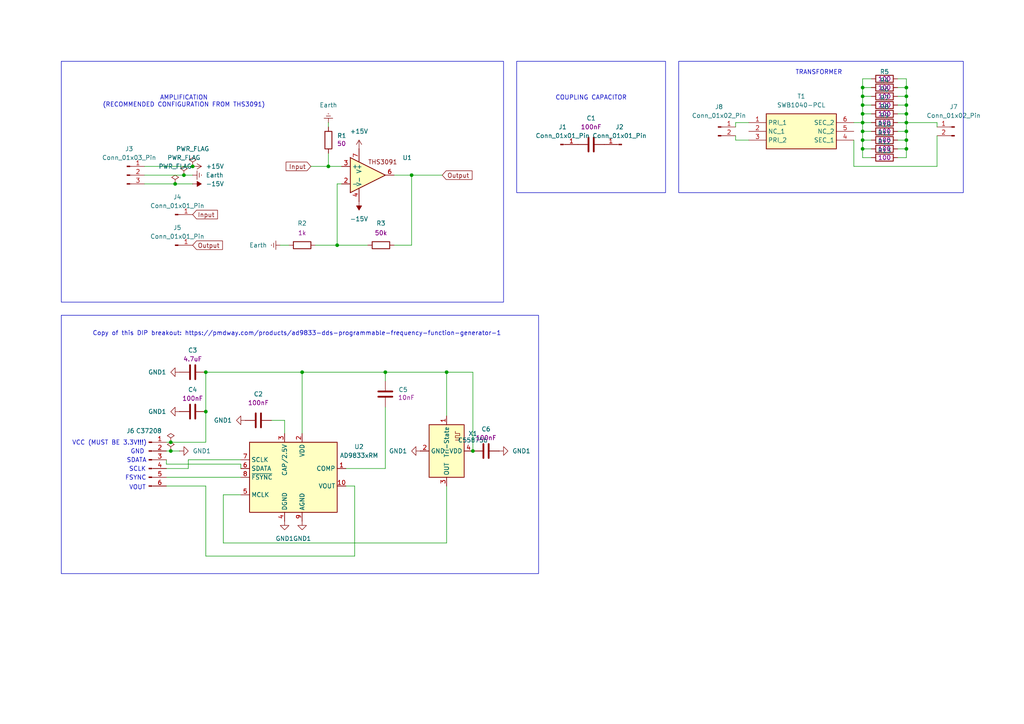
<source format=kicad_sch>
(kicad_sch (version 20231120) (generator "eeschema") (generator_version "8.0")
  (paper "A4")
  (lib_symbols
    (symbol "Amplifier_Operational:THS3091"
      (property "Reference" "U" (at 3.302 5.842 0))
      (symbol "THS3091_0_1"
        (polyline (pts (xy -2.54 5.08) (xy 7.62 0) (xy -2.54 -5.08) (xy -2.54 5.08)) (stroke (width 0.254)) (fill (type background)))
      )
      (symbol "THS3091_1_1"
        (text "THS3091" (at 6.858 3.81 0) (effects (font (size 1.27 1.27))))
        (pin input line (at -5.08 -2.54 0) (length 2.54) (name "-") (number "2"))
        (pin input line (at -5.08 2.54 0) (length 2.54) (name "+") (number "3"))
        (pin power_in line (at 0 -7.62 90) (length 3.81) (name "V-") (number "4"))
        (pin output line (at 10.16 0 180) (length 2.54) (name "~") (number "6"))
        (pin power_in line (at 0 7.62 270) (length 3.81) (name "V+") (number "7"))
      )
    )
    (symbol "Connector:Conn_01x01_Pin" (pin_names (offset 1.016) hide)
      (property "Reference" "J" (at 0 2.54 0))
      (property "Value" "Conn_01x01_Pin" (at 0 -2.54 0))
      (symbol "Conn_01x01_Pin_1_1"
        (polyline (pts (xy 1.27 0) (xy 0.8636 0)) (stroke (width 0.1524)))
        (rectangle (start 0.8636 0.127) (end 0 -0.127) (stroke (width 0.1524)) (fill (type outline)))
        (pin passive line (at 5.08 0 180) (length 3.81) (name "Pin_1") (number "1"))
      )
    )
    (symbol "Connector:Conn_01x02_Pin" (pin_names (offset 1.016) hide)
      (property "Reference" "J" (at 0 2.54 0))
      (property "Value" "Conn_01x02_Pin" (at 0 -5.08 0))
      (symbol "Conn_01x02_Pin_1_1"
        (polyline (pts (xy 1.27 -2.54) (xy 0.8636 -2.54)) (stroke (width 0.1524)))
        (polyline (pts (xy 1.27 0) (xy 0.8636 0)) (stroke (width 0.1524)))
        (rectangle (start 0.8636 -2.413) (end 0 -2.667) (stroke (width 0.1524)) (fill (type outline)))
        (rectangle (start 0.8636 0.127) (end 0 -0.127) (stroke (width 0.1524)) (fill (type outline)))
        (pin passive line (at 5.08 0 180) (length 3.81) (name "Pin_1") (number "1"))
        (pin passive line (at 5.08 -2.54 180) (length 3.81) (name "Pin_2") (number "2"))
      )
    )
    (symbol "Connector:Conn_01x03_Pin" (pin_names (offset 1.016) hide)
      (property "Reference" "J" (at 0 5.08 0))
      (property "Value" "Conn_01x03_Pin" (at 0 -5.08 0))
      (symbol "Conn_01x03_Pin_1_1"
        (polyline (pts (xy 1.27 -2.54) (xy 0.8636 -2.54)) (stroke (width 0.1524)))
        (polyline (pts (xy 1.27 0) (xy 0.8636 0)) (stroke (width 0.1524)))
        (polyline (pts (xy 1.27 2.54) (xy 0.8636 2.54)) (stroke (width 0.1524)))
        (rectangle (start 0.8636 -2.413) (end 0 -2.667) (stroke (width 0.1524)) (fill (type outline)))
        (rectangle (start 0.8636 0.127) (end 0 -0.127) (stroke (width 0.1524)) (fill (type outline)))
        (rectangle (start 0.8636 2.667) (end 0 2.413) (stroke (width 0.1524)) (fill (type outline)))
        (pin passive line (at 5.08 2.54 180) (length 3.81) (name "Pin_1") (number "1"))
        (pin passive line (at 5.08 0 180) (length 3.81) (name "Pin_2") (number "2"))
        (pin passive line (at 5.08 -2.54 180) (length 3.81) (name "Pin_3") (number "3"))
      )
    )
    (symbol "Connector:Conn_01x06_Pin" (pin_names (offset 1.016) hide)
      (property "Reference" "J" (at 0 7.62 0))
      (property "Value" "Conn_01x06_Pin" (at 0 -10.16 0))
      (symbol "Conn_01x06_Pin_1_1"
        (polyline (pts (xy 1.27 -7.62) (xy 0.8636 -7.62)) (stroke (width 0.1524)))
        (polyline (pts (xy 1.27 -5.08) (xy 0.8636 -5.08)) (stroke (width 0.1524)))
        (polyline (pts (xy 1.27 -2.54) (xy 0.8636 -2.54)) (stroke (width 0.1524)))
        (polyline (pts (xy 1.27 0) (xy 0.8636 0)) (stroke (width 0.1524)))
        (polyline (pts (xy 1.27 2.54) (xy 0.8636 2.54)) (stroke (width 0.1524)))
        (polyline (pts (xy 1.27 5.08) (xy 0.8636 5.08)) (stroke (width 0.1524)))
        (rectangle (start 0.8636 -7.493) (end 0 -7.747) (stroke (width 0.1524)) (fill (type outline)))
        (rectangle (start 0.8636 -4.953) (end 0 -5.207) (stroke (width 0.1524)) (fill (type outline)))
        (rectangle (start 0.8636 -2.413) (end 0 -2.667) (stroke (width 0.1524)) (fill (type outline)))
        (rectangle (start 0.8636 0.127) (end 0 -0.127) (stroke (width 0.1524)) (fill (type outline)))
        (rectangle (start 0.8636 2.667) (end 0 2.413) (stroke (width 0.1524)) (fill (type outline)))
        (rectangle (start 0.8636 5.207) (end 0 4.953) (stroke (width 0.1524)) (fill (type outline)))
        (pin passive line (at 5.08 5.08 180) (length 3.81) (name "Pin_1") (number "1"))
        (pin passive line (at 5.08 2.54 180) (length 3.81) (name "Pin_2") (number "2"))
        (pin passive line (at 5.08 0 180) (length 3.81) (name "Pin_3") (number "3"))
        (pin passive line (at 5.08 -2.54 180) (length 3.81) (name "Pin_4") (number "4"))
        (pin passive line (at 5.08 -5.08 180) (length 3.81) (name "Pin_5") (number "5"))
        (pin passive line (at 5.08 -7.62 180) (length 3.81) (name "Pin_6") (number "6"))
      )
    )
    (symbol "Device:C" (pin_numbers hide) (pin_names (offset 0.254))
      (property "Reference" "C" (at 0.635 2.54 0))
      (property "Value" "C" (at 0.635 -2.54 0))
      (symbol "C_0_1"
        (polyline (pts (xy -2.032 -0.762) (xy 2.032 -0.762)) (stroke (width 0.508)))
        (polyline (pts (xy -2.032 0.762) (xy 2.032 0.762)) (stroke (width 0.508)))
      )
      (symbol "C_1_1"
        (pin passive line (at 0 3.81 270) (length 2.794) (name "~") (number "1"))
        (pin passive line (at 0 -3.81 90) (length 2.794) (name "~") (number "2"))
      )
    )
    (symbol "Device:R" (pin_numbers hide) (pin_names (offset 0))
      (property "Reference" "R" (at 2.032 0 90))
      (property "Value" "R" (at 0 0 90))
      (symbol "R_0_1"
        (rectangle (start -1.016 -2.54) (end 1.016 2.54) (stroke (width 0.254)))
      )
      (symbol "R_1_1"
        (pin passive line (at 0 3.81 270) (length 1.27) (name "~") (number "1"))
        (pin passive line (at 0 -3.81 90) (length 1.27) (name "~") (number "2"))
      )
    )
    (symbol "Interface:AD9833xRM"
      (property "Reference" "U" (at -12.7 11.43 0))
      (property "Value" "AD9833xRM" (at 5.08 11.43 0))
      (symbol "AD9833xRM_0_1"
        (rectangle (start -12.7 10.16) (end 12.7 -10.16) (stroke (width 0.254)) (fill (type background)))
      )
      (symbol "AD9833xRM_1_1"
        (pin passive line (at 15.24 2.54 180) (length 2.54) (name "COMP") (number "1"))
        (pin output line (at 15.24 -2.54 180) (length 2.54) (name "VOUT") (number "10"))
        (pin power_in line (at 2.54 12.7 270) (length 2.54) (name "VDD") (number "2"))
        (pin power_in line (at -2.54 12.7 270) (length 2.54) (name "CAP/2.5V") (number "3"))
        (pin power_in line (at -2.54 -12.7 90) (length 2.54) (name "DGND") (number "4"))
        (pin input line (at -15.24 -5.08 0) (length 2.54) (name "MCLK") (number "5"))
        (pin input line (at -15.24 2.54 0) (length 2.54) (name "SDATA") (number "6"))
        (pin input line (at -15.24 5.08 0) (length 2.54) (name "SCLK") (number "7"))
        (pin input line (at -15.24 0 0) (length 2.54) (name "~{FSYNC}") (number "8"))
        (pin power_in line (at 2.54 -12.7 90) (length 2.54) (name "AGND") (number "9"))
      )
    )
    (symbol "LouisCustom:OCETCLJANF"
      (property "Reference" "X" (at 0 0 0))
      (symbol "OCETCLJANF_0_1"
        (rectangle (start -3.81 -2.54) (end 11.43 -12.7) (stroke (width 0.254)) (fill (type background)))
        (polyline (pts (xy -1.905 -5.08) (xy -1.27 -5.08) (xy -1.27 -3.81) (xy -0.635 -3.81) (xy -0.635 -5.08) (xy 0 -5.08) (xy 0 -3.81) (xy 0.635 -3.81) (xy 0.635 -5.08)))
      )
      (symbol "OCETCLJANF_1_1"
        (pin input line (at -6.35 -7.62 0) (length 2.54) (name "Tri-State") (number "1"))
        (pin power_in line (at 3.81 -15.24 90) (length 2.54) (name "GND") (number "2"))
        (pin output line (at 13.97 -7.62 180) (length 2.54) (name "OUT") (number "3"))
        (pin power_in line (at 3.81 0 270) (length 2.54) (name "VDD") (number "4"))
      )
    )
    (symbol "SWB1040-PCL:SWB1040-PCL"
      (property "Reference" "T" (at 26.67 7.62 0))
      (property "Value" "SWB1040-PCL" (at 26.67 5.08 0))
      (symbol "SWB1040-PCL_1_1"
        (rectangle (start 5.08 2.54) (end 25.4 -7.62) (stroke (width 0.254)) (fill (type background)))
        (pin passive line (at 0 0 0) (length 5.08) (name "PRI_1") (number "1"))
        (pin passive line (at 0 -2.54 0) (length 5.08) (name "NC_1") (number "2"))
        (pin passive line (at 0 -5.08 0) (length 5.08) (name "PRI_2") (number "3"))
        (pin passive line (at 30.48 -5.08 180) (length 5.08) (name "SEC_1") (number "4"))
        (pin passive line (at 30.48 -2.54 180) (length 5.08) (name "NC_2") (number "5"))
        (pin passive line (at 30.48 0 180) (length 5.08) (name "SEC_2") (number "6"))
      )
    )
    (symbol "power:+15V" (power) (pin_numbers hide) (pin_names (offset 0) hide)
      (property "Value" "+15V" (at 0 3.556 0))
      (symbol "+15V_0_1"
        (polyline (pts (xy -0.762 1.27) (xy 0 2.54)))
        (polyline (pts (xy 0 0) (xy 0 2.54)))
        (polyline (pts (xy 0 2.54) (xy 0.762 1.27)))
      )
      (symbol "+15V_1_1"
        (pin power_in line (at 0 0 90) (length 0) (name "~") (number "1"))
      )
    )
    (symbol "power:-15V" (power) (pin_numbers hide) (pin_names (offset 0) hide)
      (property "Value" "-15V" (at 0 3.556 0))
      (symbol "-15V_0_0"
        (pin power_in line (at 0 0 90) (length 0) (name "~") (number "1"))
      )
      (symbol "-15V_0_1"
        (polyline (pts (xy 0 0) (xy 0 1.27) (xy 0.762 1.27) (xy 0 2.54) (xy -0.762 1.27) (xy 0 1.27)) (fill (type outline)))
      )
    )
    (symbol "power:Earth" (power) (pin_numbers hide) (pin_names (offset 0) hide)
      (property "Value" "Earth" (at 0 -3.81 0))
      (symbol "Earth_0_1"
        (polyline (pts (xy -0.635 -1.905) (xy 0.635 -1.905)))
        (polyline (pts (xy -0.127 -2.54) (xy 0.127 -2.54)))
        (polyline (pts (xy 0 -1.27) (xy 0 0)))
        (polyline (pts (xy 1.27 -1.27) (xy -1.27 -1.27)))
      )
      (symbol "Earth_1_1"
        (pin power_in line (at 0 0 270) (length 0) (name "~") (number "1"))
      )
    )
    (symbol "power:GND1" (power) (pin_numbers hide) (pin_names (offset 0) hide)
      (property "Value" "GND1" (at 0 -3.81 0))
      (symbol "GND1_0_1"
        (polyline (pts (xy 0 0) (xy 0 -1.27) (xy 1.27 -1.27) (xy 0 -2.54) (xy -1.27 -1.27) (xy 0 -1.27)))
      )
      (symbol "GND1_1_1"
        (pin power_in line (at 0 0 270) (length 0) (name "~") (number "1"))
      )
    )
    (symbol "power:PWR_FLAG" (power) (pin_numbers hide) (pin_names (offset 0) hide)
      (property "Value" "PWR_FLAG" (at 0 3.81 0))
      (symbol "PWR_FLAG_0_0"
        (pin power_out line (at 0 0 90) (length 0) (name "~") (number "1"))
      )
      (symbol "PWR_FLAG_0_1"
        (polyline (pts (xy 0 0) (xy 0 1.27) (xy -1.016 1.905) (xy 0 2.54) (xy 1.016 1.905) (xy 0 1.27)))
      )
    )
  )
  (junction (at 262.89 27.94))
  (junction (at 262.89 35.56))
  (junction (at 95.25 48.26))
  (junction (at 250.19 25.4))
  (junction (at 262.89 43.18))
  (junction (at 262.89 40.64))
  (junction (at 262.89 38.1))
  (junction (at 262.89 33.02))
  (junction (at 262.89 25.4))
  (junction (at 250.19 35.56))
  (junction (at 250.19 43.18))
  (junction (at 59.69 107.95))
  (junction (at 250.19 27.94))
  (junction (at 250.19 30.48))
  (junction (at 262.89 30.48))
  (junction (at 250.19 38.1))
  (junction (at 50.8 53.34))
  (junction (at 87.63 107.95))
  (junction (at 49.53 128.27))
  (junction (at 129.54 107.95))
  (junction (at 137.16 130.81))
  (junction (at 111.76 107.95))
  (junction (at 59.69 119.38))
  (junction (at 250.19 40.64))
  (junction (at 250.19 33.02))
  (junction (at 53.34 50.8))
  (junction (at 55.88 48.26))
  (junction (at 97.79 71.12))
  (junction (at 119.38 50.8))
  (junction (at 49.53 130.81))
  (wire (pts (xy 54.61 135.89) (xy 48.26 135.89)))
  (wire (pts (xy 262.89 40.64) (xy 262.89 43.18)))
  (wire (pts (xy 250.19 35.56) (xy 250.19 38.1)))
  (wire (pts (xy 87.63 107.95) (xy 87.63 125.73)))
  (wire (pts (xy 48.26 138.43) (xy 69.85 138.43)))
  (wire (pts (xy 119.38 50.8) (xy 114.3 50.8)))
  (wire (pts (xy 97.79 53.34) (xy 97.79 71.12)))
  (wire (pts (xy 111.76 107.95) (xy 129.54 107.95)))
  (wire (pts (xy 213.36 36.83) (xy 213.36 35.56)))
  (wire (pts (xy 129.54 107.95) (xy 129.54 120.65)))
  (wire (pts (xy 260.35 22.86) (xy 262.89 22.86)))
  (wire (pts (xy 64.77 143.51) (xy 64.77 157.48)))
  (wire (pts (xy 69.85 133.35) (xy 54.61 133.35)))
  (wire (pts (xy 213.36 40.64) (xy 213.36 39.37)))
  (wire (pts (xy 262.89 38.1) (xy 262.89 40.64)))
  (wire (pts (xy 53.34 50.8) (xy 55.88 50.8)))
  (wire (pts (xy 250.19 45.72) (xy 252.73 45.72)))
  (wire (pts (xy 250.19 22.86) (xy 250.19 25.4)))
  (wire (pts (xy 48.26 133.35) (xy 48.26 134.62)))
  (wire (pts (xy 129.54 107.95) (xy 137.16 107.95)))
  (wire (pts (xy 99.06 53.34) (xy 97.79 53.34)))
  (wire (pts (xy 59.69 161.29) (xy 59.69 140.97)))
  (wire (pts (xy 271.78 35.56) (xy 271.78 36.83)))
  (wire (pts (xy 102.87 140.97) (xy 102.87 161.29)))
  (wire (pts (xy 111.76 135.89) (xy 111.76 118.11)))
  (wire (pts (xy 247.65 48.26) (xy 247.65 40.64)))
  (wire (pts (xy 262.89 27.94) (xy 262.89 30.48)))
  (wire (pts (xy 213.36 35.56) (xy 217.17 35.56)))
  (wire (pts (xy 260.35 27.94) (xy 262.89 27.94)))
  (wire (pts (xy 119.38 71.12) (xy 114.3 71.12)))
  (wire (pts (xy 97.79 71.12) (xy 106.68 71.12)))
  (wire (pts (xy 137.16 107.95) (xy 137.16 130.81)))
  (wire (pts (xy 59.69 107.95) (xy 87.63 107.95)))
  (wire (pts (xy 59.69 107.95) (xy 59.69 119.38)))
  (wire (pts (xy 250.19 30.48) (xy 252.73 30.48)))
  (wire (pts (xy 250.19 27.94) (xy 250.19 30.48)))
  (wire (pts (xy 260.35 33.02) (xy 262.89 33.02)))
  (wire (pts (xy 250.19 27.94) (xy 252.73 27.94)))
  (wire (pts (xy 48.26 134.62) (xy 69.85 134.62)))
  (wire (pts (xy 59.69 140.97) (xy 48.26 140.97)))
  (wire (pts (xy 41.91 53.34) (xy 50.8 53.34)))
  (wire (pts (xy 250.19 33.02) (xy 252.73 33.02)))
  (wire (pts (xy 90.17 48.26) (xy 95.25 48.26)))
  (wire (pts (xy 100.33 140.97) (xy 102.87 140.97)))
  (wire (pts (xy 262.89 35.56) (xy 271.78 35.56)))
  (wire (pts (xy 250.19 38.1) (xy 250.19 40.64)))
  (wire (pts (xy 260.35 30.48) (xy 262.89 30.48)))
  (wire (pts (xy 111.76 107.95) (xy 87.63 107.95)))
  (wire (pts (xy 260.35 43.18) (xy 262.89 43.18)))
  (wire (pts (xy 247.65 48.26) (xy 271.78 48.26)))
  (wire (pts (xy 271.78 48.26) (xy 271.78 39.37)))
  (wire (pts (xy 119.38 50.8) (xy 128.27 50.8)))
  (wire (pts (xy 95.25 48.26) (xy 99.06 48.26)))
  (wire (pts (xy 49.53 128.27) (xy 59.69 128.27)))
  (wire (pts (xy 48.26 128.27) (xy 49.53 128.27)))
  (wire (pts (xy 250.19 38.1) (xy 252.73 38.1)))
  (wire (pts (xy 250.19 43.18) (xy 252.73 43.18)))
  (wire (pts (xy 262.89 25.4) (xy 262.89 27.94)))
  (wire (pts (xy 260.35 40.64) (xy 262.89 40.64)))
  (wire (pts (xy 250.19 35.56) (xy 252.73 35.56)))
  (wire (pts (xy 49.53 130.81) (xy 52.07 130.81)))
  (wire (pts (xy 48.26 130.81) (xy 49.53 130.81)))
  (wire (pts (xy 41.91 50.8) (xy 53.34 50.8)))
  (wire (pts (xy 95.25 44.45) (xy 95.25 48.26)))
  (wire (pts (xy 111.76 110.49) (xy 111.76 107.95)))
  (wire (pts (xy 100.33 135.89) (xy 111.76 135.89)))
  (wire (pts (xy 250.19 25.4) (xy 250.19 27.94)))
  (wire (pts (xy 260.35 25.4) (xy 262.89 25.4)))
  (wire (pts (xy 41.91 48.26) (xy 55.88 48.26)))
  (wire (pts (xy 78.74 121.92) (xy 82.55 121.92)))
  (wire (pts (xy 82.55 125.73) (xy 82.55 121.92)))
  (wire (pts (xy 102.87 161.29) (xy 59.69 161.29)))
  (wire (pts (xy 250.19 30.48) (xy 250.19 33.02)))
  (wire (pts (xy 250.19 43.18) (xy 250.19 45.72)))
  (wire (pts (xy 260.35 38.1) (xy 262.89 38.1)))
  (wire (pts (xy 250.19 25.4) (xy 252.73 25.4)))
  (wire (pts (xy 81.28 71.12) (xy 83.82 71.12)))
  (wire (pts (xy 54.61 133.35) (xy 54.61 135.89)))
  (wire (pts (xy 262.89 22.86) (xy 262.89 25.4)))
  (wire (pts (xy 262.89 30.48) (xy 262.89 33.02)))
  (wire (pts (xy 64.77 157.48) (xy 129.54 157.48)))
  (wire (pts (xy 129.54 157.48) (xy 129.54 140.97)))
  (wire (pts (xy 59.69 119.38) (xy 59.69 128.27)))
  (wire (pts (xy 217.17 40.64) (xy 213.36 40.64)))
  (wire (pts (xy 262.89 35.56) (xy 262.89 38.1)))
  (wire (pts (xy 250.19 40.64) (xy 250.19 43.18)))
  (wire (pts (xy 91.44 71.12) (xy 97.79 71.12)))
  (wire (pts (xy 69.85 134.62) (xy 69.85 135.89)))
  (wire (pts (xy 260.35 45.72) (xy 262.89 45.72)))
  (wire (pts (xy 69.85 143.51) (xy 64.77 143.51)))
  (wire (pts (xy 95.25 35.56) (xy 95.25 36.83)))
  (wire (pts (xy 250.19 40.64) (xy 252.73 40.64)))
  (wire (pts (xy 50.8 53.34) (xy 55.88 53.34)))
  (wire (pts (xy 262.89 33.02) (xy 262.89 35.56)))
  (wire (pts (xy 260.35 35.56) (xy 262.89 35.56)))
  (wire (pts (xy 262.89 43.18) (xy 262.89 45.72)))
  (wire (pts (xy 119.38 50.8) (xy 119.38 71.12)))
  (wire (pts (xy 252.73 22.86) (xy 250.19 22.86)))
  (wire (pts (xy 250.19 33.02) (xy 250.19 35.56)))
  (wire (pts (xy 247.65 35.56) (xy 250.19 35.56)))
  (rectangle (start 149.86 17.78) (end 193.04 55.88))
  (rectangle (start 196.85 17.78) (end 279.4 55.88))
  (rectangle (start 17.78 17.78) (end 146.05 87.63))
  (rectangle (start 17.78 91.44) (end 156.21 166.37))
  (text "Copy of this DIP breakout: https://pmdway.com/products/ad9833-dds-programmable-frequency-function-generator-1" (at 86.106 96.774 0) (effects (font (size 1.27 1.27))))
  (text "SDATA" (at 39.624 133.604 0) (effects (font (size 1.27 1.27))))
  (text "VCC (MUST BE 3.3V!!!)" (at 31.75 128.524 0) (effects (font (size 1.27 1.27))))
  (text "FSYNC" (at 39.37 138.684 0) (effects (font (size 1.27 1.27))))
  (text "SCLK" (at 39.878 136.144 0) (effects (font (size 1.27 1.27))))
  (text "VOUT" (at 39.878 141.478 0) (effects (font (size 1.27 1.27))))
  (text "AMPLIFICATION\n(RECOMMENDED CONFIGURATION FROM THS3091)" (at 53.34 29.464 0) (effects (font (size 1.27 1.27))))
  (text "COUPLING CAPACITOR" (at 171.45 28.448 0) (effects (font (size 1.27 1.27))))
  (text "GND" (at 39.878 131.064 0) (effects (font (size 1.27 1.27))))
  (text "TRANSFORMER" (at 237.49 21.082 0) (effects (font (size 1.27 1.27))))
  (global_label "Output" (shape input) (at 55.88 71.12 0) (property "Intersheetrefs" "${INTERSHEET_REFS}" (effects (hide yes))))
  (global_label "Input" (shape input) (at 55.88 62.23 0) (property "Intersheetrefs" "${INTERSHEET_REFS}" (effects (hide yes))))
  (global_label "Output" (shape input) (at 128.27 50.8 0) (property "Intersheetrefs" "${INTERSHEET_REFS}" (effects (hide yes))))
  (global_label "Input" (shape input) (at 90.17 48.26 180) (property "Intersheetrefs" "${INTERSHEET_REFS}" (effects (hide yes))))
  (symbol (lib_id "power:PWR_FLAG") (at 55.88 48.26 0) (unit 1)
    (property "Reference" "#FLG01" (effects (hide yes)))
    (property "Value" "PWR_FLAG" (at 55.88 43.18 0))
    (property "Description" "Special symbol for telling ERC where power comes from" (effects (hide yes)))
  )
  (symbol (lib_id "LouisCustom:OCETCLJANF") (at 137.16 127 270) (unit 1)
    (property "Reference" "X1" (at 137.16 125.7614 90))
    (property "Value" "C558756" (at 137.16 127.6665 90))
    (property "Footprint" "Crystal:Crystal_SMD_7050-4Pin_7.0x5.0mm" (effects (hide yes)))
    (property "Datasheet" "https://wmsc.lcsc.com/wmsc/upload/file/pdf/v2/lcsc/2304140030_TAITIEN-Elec-OCETCLJANF-25-000000MHZ_C558756.pdf" (effects (hide yes)))
    (property "Description" "Crystal oscillator" (effects (hide yes)))
  )
  (symbol (lib_id "power:PWR_FLAG") (at 53.34 50.8 0) (unit 1)
    (property "Reference" "#FLG02" (effects (hide yes)))
    (property "Value" "PWR_FLAG" (at 53.34 45.72 0))
    (property "Description" "Special symbol for telling ERC where power comes from" (effects (hide yes)))
  )
  (symbol (lib_id "Device:R") (at 256.54 33.02 90) (unit 1)
    (property "Reference" "R8" (at 256.54 30.988 90))
    (property "Value" "C17901" (effects (hide yes)))
    (property "Footprint" "Resistor_SMD:R_1206_3216Metric" (effects (hide yes)))
    (property "Description" "100" (at 256.54 33.02 90))
  )
  (symbol (lib_id "power:GND1") (at 52.07 107.95 270) (unit 1)
    (property "Reference" "#PWR011" (effects (hide yes)))
    (property "Value" "GND1" (at 48.26 107.9499 90) (effects (justify right)))
    (property "Description" "Power symbol creates a global label with name \"GND1\" , ground" (effects (hide yes)))
  )
  (symbol (lib_id "power:GND1") (at 52.07 130.81 90) (unit 1)
    (property "Reference" "#PWR08" (effects (hide yes)))
    (property "Value" "GND1" (at 55.88 130.8099 90) (effects (justify right)))
    (property "Description" "Power symbol creates a global label with name \"GND1\" , ground" (effects (hide yes)))
  )
  (symbol (lib_id "Connector:Conn_01x01_Pin") (at 180.34 41.91 180) (unit 1)
    (property "Reference" "J2" (at 179.705 36.83 0))
    (property "Value" "Conn_01x01_Pin" (at 179.705 39.37 0))
    (property "Footprint" "Connector_PinHeader_2.54mm:PinHeader_1x01_P2.54mm_Vertical" (effects (hide yes)))
    (property "Description" "Generic connector, single row, 01x01, script generated" (effects (hide yes)))
  )
  (symbol (lib_id "Connector:Conn_01x01_Pin") (at 50.8 62.23 0) (unit 1)
    (property "Reference" "J4" (at 51.435 57.15 0))
    (property "Value" "Conn_01x01_Pin" (at 51.435 59.69 0))
    (property "Footprint" "Connector_PinHeader_2.54mm:PinHeader_1x01_P2.54mm_Vertical" (effects (hide yes)))
    (property "Description" "Generic connector, single row, 01x01, script generated" (effects (hide yes)))
  )
  (symbol (lib_id "Device:R") (at 256.54 35.56 90) (unit 1)
    (property "Reference" "R9" (at 256.54 33.528 90))
    (property "Value" "C17901" (effects (hide yes)))
    (property "Footprint" "Resistor_SMD:R_1206_3216Metric" (effects (hide yes)))
    (property "Description" "100" (at 256.54 35.56 90))
  )
  (symbol (lib_id "power:PWR_FLAG") (at 49.53 128.27 0) (unit 1)
    (property "Reference" "#FLG05" (effects (hide yes)))
    (property "Value" "PWR_FLAG" (effects (hide yes)))
    (property "Description" "Special symbol for telling ERC where power comes from" (effects (hide yes)))
  )
  (symbol (lib_id "power:GND1") (at 52.07 119.38 270) (unit 1)
    (property "Reference" "#PWR012" (effects (hide yes)))
    (property "Value" "GND1" (at 48.26 119.3799 90) (effects (justify right)))
    (property "Description" "Power symbol creates a global label with name \"GND1\" , ground" (effects (hide yes)))
  )
  (symbol (lib_id "Connector:Conn_01x03_Pin") (at 36.83 50.8 0) (unit 1)
    (property "Reference" "J3" (at 37.465 43.18 0))
    (property "Value" "Conn_01x03_Pin" (at 37.465 45.72 0))
    (property "Footprint" "Connector_PinHeader_2.54mm:PinHeader_1x03_P2.54mm_Vertical" (effects (hide yes)))
    (property "Description" "Power Pins" (effects (hide yes)))
  )
  (symbol (lib_id "Connector:Conn_01x01_Pin") (at 162.56 41.91 0) (unit 1)
    (property "Reference" "J1" (at 163.195 36.83 0))
    (property "Value" "Conn_01x01_Pin" (at 163.195 39.37 0))
    (property "Footprint" "Connector_PinHeader_2.54mm:PinHeader_1x01_P2.54mm_Vertical" (effects (hide yes)))
    (property "Description" "Generic connector, single row, 01x01, script generated" (effects (hide yes)))
  )
  (symbol (lib_id "power:GND1") (at 82.55 151.13 0) (unit 1)
    (property "Reference" "#PWR014" (effects (hide yes)))
    (property "Value" "GND1" (at 82.55 156.21 0))
    (property "Description" "Power symbol creates a global label with name \"GND1\" , ground" (effects (hide yes)))
  )
  (symbol (lib_id "Device:R") (at 256.54 22.86 90) (unit 1)
    (property "Reference" "R5" (at 256.54 20.828 90))
    (property "Value" "C17901" (effects (hide yes)))
    (property "Footprint" "Resistor_SMD:R_1206_3216Metric" (effects (hide yes)))
    (property "Description" "100" (at 256.54 22.86 90))
  )
  (symbol (lib_id "Device:C") (at 55.88 119.38 90) (unit 1)
    (property "Reference" "C4" (at 55.88 113.03 90))
    (property "Value" "C14663" (effects (hide yes)))
    (property "Footprint" "Capacitor_SMD:C_0603_1608Metric" (effects (hide yes)))
    (property "Description" "100nF" (at 55.88 115.57 90))
  )
  (symbol (lib_id "Device:R") (at 95.25 40.64 0) (unit 1)
    (property "Reference" "R1" (at 97.79 39.3699 0) (effects (justify left)))
    (property "Value" "RT0603BRE0750RL" (effects (hide yes)))
    (property "Footprint" "Resistor_SMD:R_0603_1608Metric" (effects (hide yes)))
    (property "Description" "50" (at 99.06 41.656 0))
  )
  (symbol (lib_id "Amplifier_Operational:THS3091") (at 104.14 50.8 0) (unit 1)
    (property "Reference" "U1" (at 118.11 45.7514 0))
    (property "Value" "THS3091DDAR" (effects (hide yes)))
    (property "Footprint" "Package_SO:TI_SO-PowerPAD-8_ThermalVias" (effects (hide yes)))
  )
  (symbol (lib_id "power:-15V") (at 55.88 53.34 270) (unit 1)
    (property "Reference" "#PWR06" (effects (hide yes)))
    (property "Value" "-15V" (at 59.69 53.3399 90) (effects (justify left)))
    (property "Description" "Power symbol creates a global label with name \"-15V\"" (effects (hide yes)))
  )
  (symbol (lib_id "power:+15V") (at 55.88 48.26 270) (unit 1)
    (property "Reference" "#PWR05" (effects (hide yes)))
    (property "Value" "+15V" (at 59.69 48.2599 90) (effects (justify left)))
    (property "Description" "Power symbol creates a global label with name \"+15V\"" (effects (hide yes)))
  )
  (symbol (lib_id "Device:R") (at 256.54 45.72 90) (unit 1)
    (property "Reference" "R13" (at 256.54 43.688 90))
    (property "Value" "C17901" (effects (hide yes)))
    (property "Footprint" "Resistor_SMD:R_1206_3216Metric" (effects (hide yes)))
    (property "Description" "100" (at 256.54 45.72 90))
  )
  (symbol (lib_id "Device:R") (at 256.54 27.94 90) (unit 1)
    (property "Reference" "R6" (at 256.54 25.908 90))
    (property "Value" "C17901" (effects (hide yes)))
    (property "Footprint" "Resistor_SMD:R_1206_3216Metric" (effects (hide yes)))
    (property "Description" "100" (at 256.54 27.94 90))
  )
  (symbol (lib_id "power:Earth") (at 95.25 35.56 180) (unit 1)
    (property "Reference" "#PWR01" (effects (hide yes)))
    (property "Value" "Earth" (at 95.25 30.48 0))
    (property "Description" "Power symbol creates a global label with name \"Earth\"" (effects (hide yes)))
  )
  (symbol (lib_id "Device:R") (at 110.49 71.12 90) (unit 1)
    (property "Reference" "R3" (at 110.49 64.77 90))
    (property "Value" "RTT025002FTH" (effects (hide yes)))
    (property "Footprint" "Resistor_SMD:R_0402_1005Metric" (effects (hide yes)))
    (property "Description" "50k" (at 110.49 67.564 90))
  )
  (symbol (lib_id "Device:R") (at 256.54 30.48 90) (unit 1)
    (property "Reference" "R7" (at 256.54 28.448 90))
    (property "Value" "C17901" (effects (hide yes)))
    (property "Footprint" "Resistor_SMD:R_1206_3216Metric" (effects (hide yes)))
    (property "Description" "100" (at 256.54 30.48 90))
  )
  (symbol (lib_id "Connector:Conn_01x06_Pin") (at 43.18 133.35 0) (unit 1)
    (property "Reference" "J6" (at 37.846 124.968 0))
    (property "Value" "C37208" (at 43.18 124.968 0))
    (property "Footprint" "Connector_PinHeader_2.54mm:PinHeader_1x06_P2.54mm_Vertical" (effects (hide yes)))
    (property "Description" "Generic connector, single row, 01x06, script generated" (effects (hide yes)))
  )
  (symbol (lib_id "Device:R") (at 256.54 25.4 90) (unit 1)
    (property "Reference" "R4" (at 256.54 23.368 90))
    (property "Value" "C17901" (effects (hide yes)))
    (property "Footprint" "Resistor_SMD:R_1206_3216Metric" (effects (hide yes)))
    (property "Description" "100" (at 256.54 25.4 90))
  )
  (symbol (lib_id "power:-15V") (at 104.14 58.42 180) (unit 1)
    (property "Reference" "#PWR03" (effects (hide yes)))
    (property "Value" "-15V" (at 104.14 63.5 0))
    (property "Description" "Power symbol creates a global label with name \"-15V\"" (effects (hide yes)))
  )
  (symbol (lib_id "Interface:AD9833xRM") (at 85.09 138.43 0) (unit 1)
    (property "Reference" "U2" (at 104.14 129.5714 0))
    (property "Value" "AD9833xRM" (at 104.14 132.1114 0))
    (property "Footprint" "Package_SO:MSOP-10_3x3mm_P0.5mm" (effects (hide yes)))
    (property "Datasheet" "https://www.analog.com/media/en/technical-documentation/data-sheets/ad9833.pdf" (effects (hide yes)))
    (property "Description" "10 bit 25 MHz Programmable Waveform Generator, 2.3V to 5.5V, 12.65mW, MSOP-10" (effects (hide yes)))
  )
  (symbol (lib_id "Device:R") (at 256.54 38.1 90) (unit 1)
    (property "Reference" "R10" (at 256.54 36.068 90))
    (property "Value" "C17901" (effects (hide yes)))
    (property "Footprint" "Resistor_SMD:R_1206_3216Metric" (effects (hide yes)))
    (property "Description" "100" (at 256.54 38.1 90))
  )
  (symbol (lib_id "Device:R") (at 256.54 43.18 90) (unit 1)
    (property "Reference" "R12" (at 256.54 41.148 90))
    (property "Value" "C17901" (effects (hide yes)))
    (property "Footprint" "Resistor_SMD:R_1206_3216Metric" (effects (hide yes)))
    (property "Description" "100" (at 256.54 43.18 90))
  )
  (symbol (lib_id "Device:C") (at 74.93 121.92 90) (unit 1)
    (property "Reference" "C2" (at 74.93 114.3 90))
    (property "Value" "C14663" (effects (hide yes)))
    (property "Footprint" "Capacitor_SMD:C_0603_1608Metric" (effects (hide yes)))
    (property "Description" "100nF" (at 74.93 116.84 90))
  )
  (symbol (lib_id "Device:C") (at 171.45 41.91 90) (unit 1)
    (property "Reference" "C1" (at 171.45 34.29 90))
    (property "Value" "CC0603KRX7R9BB104" (effects (hide yes)))
    (property "Footprint" "Capacitor_SMD:C_0603_1608Metric" (effects (hide yes)))
    (property "Description" "100nF" (at 171.45 36.83 90))
  )
  (symbol (lib_id "power:GND1") (at 71.12 121.92 270) (unit 1)
    (property "Reference" "#PWR010" (effects (hide yes)))
    (property "Value" "GND1" (at 67.31 121.9199 90) (effects (justify right)))
    (property "Description" "Power symbol creates a global label with name \"GND1\" , ground" (effects (hide yes)))
  )
  (symbol (lib_id "power:Earth") (at 81.28 71.12 270) (unit 1)
    (property "Reference" "#PWR04" (effects (hide yes)))
    (property "Value" "Earth" (at 77.47 71.1199 90) (effects (justify right)))
    (property "Description" "Power symbol creates a global label with name \"Earth\"" (effects (hide yes)))
  )
  (symbol (lib_id "power:PWR_FLAG") (at 50.8 53.34 0) (unit 1)
    (property "Reference" "#FLG03" (effects (hide yes)))
    (property "Value" "PWR_FLAG" (at 50.8 48.26 0))
    (property "Description" "Special symbol for telling ERC where power comes from" (effects (hide yes)))
  )
  (symbol (lib_id "Device:C") (at 140.97 130.81 90) (unit 1)
    (property "Reference" "C6" (at 140.97 124.46 90))
    (property "Value" "C14663" (effects (hide yes)))
    (property "Footprint" "Capacitor_SMD:C_0603_1608Metric" (effects (hide yes)))
    (property "Description" "100nF" (at 140.97 127 90))
  )
  (symbol (lib_id "Connector:Conn_01x02_Pin") (at 276.86 36.83 0) (mirror y) (unit 1)
    (property "Reference" "J7" (at 276.606 30.988 0))
    (property "Value" "Conn_01x02_Pin" (at 276.606 33.528 0))
    (property "Footprint" "Connector_PinHeader_2.54mm:PinHeader_1x02_P2.54mm_Vertical" (effects (hide yes)))
    (property "Description" "Generic connector, single row, 01x02, script generated" (effects (hide yes)))
  )
  (symbol (lib_id "power:GND1") (at 144.78 130.81 90) (unit 1)
    (property "Reference" "#PWR016" (effects (hide yes)))
    (property "Value" "GND1" (at 148.59 130.8099 90) (effects (justify right)))
    (property "Description" "Power symbol creates a global label with name \"GND1\" , ground" (effects (hide yes)))
  )
  (symbol (lib_id "power:PWR_FLAG") (at 49.53 130.81 0) (unit 1)
    (property "Reference" "#FLG04" (effects (hide yes)))
    (property "Value" "PWR_FLAG" (effects (hide yes)))
    (property "Description" "Special symbol for telling ERC where power comes from" (effects (hide yes)))
  )
  (symbol (lib_id "Device:C") (at 55.88 107.95 90) (unit 1)
    (property "Reference" "C3" (at 55.88 101.6 90))
    (property "Value" "C1779" (effects (hide yes)))
    (property "Footprint" "Capacitor_SMD:C_0805_2012Metric" (effects (hide yes)))
    (property "Description" "4.7uF" (at 55.88 104.14 90))
  )
  (symbol (lib_id "Connector:Conn_01x01_Pin") (at 50.8 71.12 0) (unit 1)
    (property "Reference" "J5" (at 51.435 66.04 0))
    (property "Value" "Conn_01x01_Pin" (at 51.435 68.58 0))
    (property "Footprint" "Connector_PinHeader_2.54mm:PinHeader_1x01_P2.54mm_Vertical" (effects (hide yes)))
    (property "Description" "Generic connector, single row, 01x01, script generated" (effects (hide yes)))
  )
  (symbol (lib_id "SWB1040-PCL:SWB1040-PCL") (at 217.17 35.56 0) (unit 1)
    (property "Reference" "T1" (at 232.41 27.94 0))
    (property "Value" "SWB1040-PCL" (at 232.41 30.48 0))
    (property "Footprint" "Mouser:SWB1040PCL" (effects (hide yes)))
    (property "Datasheet" "https://componentsearchengine.com/Datasheets/1/SWB1040-PCL.pdf" (effects (hide yes)))
    (property "Description" "Audio Transformers / Signal Transformers Wideband RF, TH 250mA 4:1sec" (effects (hide yes)))
    (property "Height" "5.72" (effects (hide yes)))
    (property "Mouser Part Number" "994-SWB1040-PCL" (effects (hide yes)))
    (property "Mouser Price/Stock" "https://www.mouser.com/Search/Refine.aspx?Keyword=994-SWB1040-PCL" (effects (hide yes)))
    (property "Manufacturer_Name" "COILCRAFT" (effects (hide yes)))
    (property "Manufacturer_Part_Number" "SWB1040-PCL" (effects (hide yes)))
  )
  (symbol (lib_id "Device:R") (at 87.63 71.12 270) (unit 1)
    (property "Reference" "R2" (at 87.63 64.77 90))
    (property "Value" "0603WAF1001T5E" (effects (hide yes)))
    (property "Footprint" "Resistor_SMD:R_0603_1608Metric" (effects (hide yes)))
    (property "Description" "1k" (at 87.63 67.564 90))
  )
  (symbol (lib_id "Connector:Conn_01x02_Pin") (at 208.28 36.83 0) (unit 1)
    (property "Reference" "J8" (at 208.534 30.988 0))
    (property "Value" "Conn_01x02_Pin" (at 208.534 33.528 0))
    (property "Footprint" "Connector_PinHeader_2.54mm:PinHeader_1x02_P2.54mm_Vertical" (effects (hide yes)))
    (property "Description" "Generic connector, single row, 01x02, script generated" (effects (hide yes)))
  )
  (symbol (lib_id "power:GND1") (at 87.63 151.13 0) (unit 1)
    (property "Reference" "#PWR015" (effects (hide yes)))
    (property "Value" "GND1" (at 87.63 156.21 0))
    (property "Description" "Power symbol creates a global label with name \"GND1\" , ground" (effects (hide yes)))
  )
  (symbol (lib_id "Device:C") (at 111.76 114.3 0) (unit 1)
    (property "Reference" "C5" (at 115.57 113.0299 0) (effects (justify left)))
    (property "Value" "C57112" (effects (hide yes)))
    (property "Footprint" "Capacitor_SMD:C_0603_1608Metric" (effects (hide yes)))
    (property "Description" "10nF" (at 117.856 115.316 0))
  )
  (symbol (lib_id "power:GND1") (at 121.92 130.81 270) (unit 1)
    (property "Reference" "#PWR013" (effects (hide yes)))
    (property "Value" "GND1" (at 118.11 130.8099 90) (effects (justify right)))
    (property "Description" "Power symbol creates a global label with name \"GND1\" , ground" (effects (hide yes)))
  )
  (symbol (lib_id "power:Earth") (at 55.88 50.8 90) (unit 1)
    (property "Reference" "#PWR07" (effects (hide yes)))
    (property "Value" "Earth" (at 59.69 50.7999 90) (effects (justify right)))
    (property "Description" "Power symbol creates a global label with name \"Earth\"" (effects (hide yes)))
  )
  (symbol (lib_id "Device:R") (at 256.54 40.64 90) (unit 1)
    (property "Reference" "R11" (at 256.54 38.608 90))
    (property "Value" "C17901" (effects (hide yes)))
    (property "Footprint" "Resistor_SMD:R_1206_3216Metric" (effects (hide yes)))
    (property "Description" "100" (at 256.54 40.64 90))
  )
  (symbol (lib_id "power:+15V") (at 104.14 43.18 0) (unit 1)
    (property "Reference" "#PWR02" (effects (hide yes)))
    (property "Value" "+15V" (at 104.14 38.1 0))
    (property "Description" "Power symbol creates a global label with name \"+15V\"" (effects (hide yes)))
  )
)
</source>
